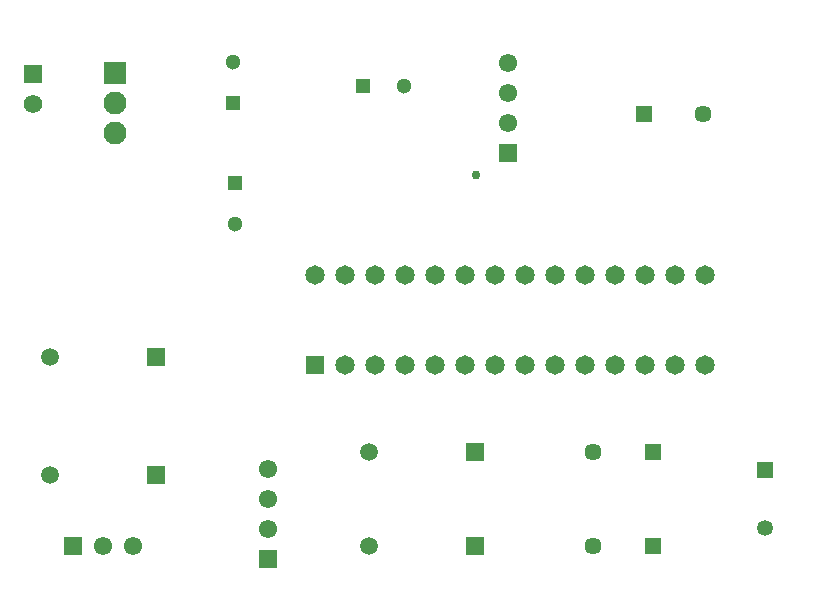
<source format=gbs>
G04*
G04 #@! TF.GenerationSoftware,Altium Limited,Altium Designer,23.4.1 (23)*
G04*
G04 Layer_Color=16711935*
%FSLAX42Y42*%
%MOMM*%
G71*
G04*
G04 #@! TF.SameCoordinates,1A2849D8-77FB-4551-9540-3E4ADE2B4543*
G04*
G04*
G04 #@! TF.FilePolarity,Negative*
G04*
G01*
G75*
%ADD15C,1.65*%
%ADD16C,1.95*%
%ADD17C,1.55*%
%ADD18R,1.55X1.55*%
%ADD19C,0.15*%
%ADD20C,1.50*%
%ADD21R,1.50X1.50*%
%ADD22C,1.35*%
%ADD23R,1.35X1.35*%
%ADD24C,1.45*%
%ADD25R,1.45X1.45*%
%ADD26R,1.55X1.55*%
%ADD27R,1.57X1.57*%
%ADD28C,1.57*%
%ADD29R,1.95X1.95*%
%ADD30R,1.30X1.30*%
%ADD31C,1.30*%
%ADD32R,1.30X1.30*%
%ADD33R,1.65X1.65*%
%ADD34C,1.45*%
%ADD35R,1.45X1.45*%
%ADD36C,0.75*%
D15*
X4216Y2138D02*
D03*
X4724Y2900D02*
D03*
X2946Y2138D02*
D03*
X3200D02*
D03*
X3454D02*
D03*
X3708D02*
D03*
X3962D02*
D03*
X4470D02*
D03*
X4724D02*
D03*
X4978D02*
D03*
X5232D02*
D03*
X5486D02*
D03*
X5740D02*
D03*
X5994D02*
D03*
X2692Y2900D02*
D03*
X2946D02*
D03*
X3200D02*
D03*
X3454D02*
D03*
X3708D02*
D03*
X3962D02*
D03*
X4216D02*
D03*
X4470D02*
D03*
X4978D02*
D03*
X5232D02*
D03*
X5486D02*
D03*
X5740D02*
D03*
X5994D02*
D03*
D16*
X1000Y4100D02*
D03*
Y4354D02*
D03*
D17*
X4330Y4436D02*
D03*
Y4182D02*
D03*
Y4690D02*
D03*
X2300Y1254D02*
D03*
Y746D02*
D03*
Y1000D02*
D03*
X900Y600D02*
D03*
X1154D02*
D03*
D18*
X4330Y3928D02*
D03*
X2300Y492D02*
D03*
D19*
X200Y200D02*
D03*
X6800D02*
D03*
Y5100D02*
D03*
X200D02*
D03*
D20*
X3150Y1400D02*
D03*
Y600D02*
D03*
X450Y1200D02*
D03*
Y2200D02*
D03*
D21*
X4050Y1400D02*
D03*
Y600D02*
D03*
X1350Y1200D02*
D03*
Y2200D02*
D03*
D22*
X6500Y756D02*
D03*
D23*
Y1244D02*
D03*
D24*
X5046Y600D02*
D03*
Y1400D02*
D03*
D25*
X5554Y600D02*
D03*
Y1400D02*
D03*
D26*
X646Y600D02*
D03*
D27*
X310Y4597D02*
D03*
D28*
Y4343D02*
D03*
D29*
X1000Y4608D02*
D03*
D30*
X2020Y3675D02*
D03*
X2000Y4350D02*
D03*
D31*
X2020Y3325D02*
D03*
X2000Y4700D02*
D03*
X3450Y4500D02*
D03*
D32*
X3100D02*
D03*
D33*
X2692Y2138D02*
D03*
D34*
X5980Y4260D02*
D03*
D35*
X5480D02*
D03*
D36*
X4060Y3740D02*
D03*
M02*

</source>
